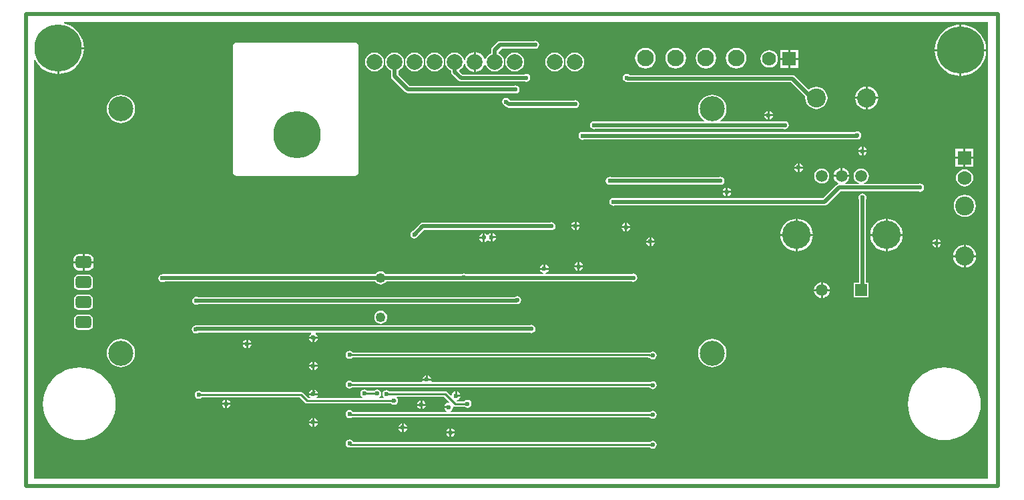
<source format=gtl>
G04*
G04 #@! TF.GenerationSoftware,Altium Limited,CircuitStudio,1.5.2 (1.5.2.30)*
G04*
G04 Layer_Physical_Order=1*
G04 Layer_Color=11767835*
%FSLAX44Y44*%
%MOMM*%
G71*
G01*
G75*
%ADD10C,0.2540*%
%ADD11C,0.5000*%
G04:AMPARAMS|DCode=12|XSize=1.524mm|YSize=2mm|CornerRadius=0.381mm|HoleSize=0mm|Usage=FLASHONLY|Rotation=270.000|XOffset=0mm|YOffset=0mm|HoleType=Round|Shape=RoundedRectangle|*
%AMROUNDEDRECTD12*
21,1,1.5240,1.2380,0,0,270.0*
21,1,0.7620,2.0000,0,0,270.0*
1,1,0.7620,-0.6190,-0.3810*
1,1,0.7620,-0.6190,0.3810*
1,1,0.7620,0.6190,0.3810*
1,1,0.7620,0.6190,-0.3810*
%
%ADD12ROUNDEDRECTD12*%
%ADD13C,3.1800*%
%ADD14C,1.2500*%
%ADD15R,1.7780X1.7780*%
%ADD16C,1.7780*%
%ADD17R,1.7780X1.7780*%
%ADD18C,6.0000*%
%ADD19C,3.6000*%
%ADD20C,1.5000*%
%ADD21R,1.5000X1.5000*%
%ADD22C,2.4000*%
%ADD23C,2.0000*%
%ADD24C,2.1000*%
%ADD25C,0.6000*%
G36*
X1467950Y259938D02*
X1467052Y259040D01*
X257950Y259040D01*
X257950Y791048D01*
X259196Y791295D01*
X259207Y791268D01*
X261883Y786901D01*
X265210Y783006D01*
X269104Y779680D01*
X273472Y777003D01*
X278204Y775043D01*
X283184Y773848D01*
X287020Y773546D01*
Y806086D01*
X288290D01*
Y807356D01*
X320831D01*
X320529Y811192D01*
X319333Y816173D01*
X317373Y820905D01*
X314697Y825272D01*
X311370Y829167D01*
X307476Y832493D01*
X303109Y835169D01*
X298377Y837129D01*
X295708Y837770D01*
X295859Y839040D01*
X1467950Y839040D01*
X1467950Y259938D01*
D02*
G37*
%LPC*%
G36*
X870450Y491138D02*
X868499Y490750D01*
X867569Y490128D01*
X465583D01*
X465401Y490250D01*
X463450Y490638D01*
X461499Y490250D01*
X459845Y489145D01*
X458740Y487491D01*
X458352Y485540D01*
X458740Y483589D01*
X459845Y481935D01*
X461499Y480830D01*
X463450Y480442D01*
X465401Y480830D01*
X465583Y480952D01*
X869950D01*
X870175Y480997D01*
X870450Y480942D01*
X872401Y481330D01*
X874055Y482435D01*
X875160Y484089D01*
X875548Y486040D01*
X875160Y487991D01*
X874055Y489645D01*
X872401Y490750D01*
X870450Y491138D01*
D02*
G37*
G36*
X326700Y518614D02*
X314320D01*
X312053Y518163D01*
X310131Y516879D01*
X308847Y514957D01*
X308396Y512690D01*
Y505070D01*
X308847Y502803D01*
X310131Y500881D01*
X312053Y499597D01*
X314320Y499146D01*
X326700D01*
X328967Y499597D01*
X330889Y500881D01*
X332173Y502803D01*
X332624Y505070D01*
Y512690D01*
X332173Y514957D01*
X330889Y516879D01*
X328967Y518163D01*
X326700Y518614D01*
D02*
G37*
G36*
X1255630Y497680D02*
X1246941D01*
X1247119Y496329D01*
X1248130Y493887D01*
X1249739Y491789D01*
X1251837Y490180D01*
X1254279Y489169D01*
X1255630Y488991D01*
Y497680D01*
D02*
G37*
G36*
X1308450Y621638D02*
X1306499Y621250D01*
X1304845Y620145D01*
X1303740Y618491D01*
X1303352Y616540D01*
X1303740Y614589D01*
X1303862Y614407D01*
Y508450D01*
X1297400D01*
Y489450D01*
X1316400D01*
Y508450D01*
X1313038D01*
Y614407D01*
X1313160Y614589D01*
X1313548Y616540D01*
X1313160Y618491D01*
X1312055Y620145D01*
X1310401Y621250D01*
X1308450Y621638D01*
D02*
G37*
G36*
X1255630Y508909D02*
X1254279Y508732D01*
X1251837Y507720D01*
X1249739Y506111D01*
X1248130Y504013D01*
X1247119Y501571D01*
X1246941Y500220D01*
X1255630D01*
Y508909D01*
D02*
G37*
G36*
X910346Y524770D02*
X899554D01*
X899731Y523878D01*
X900956Y522046D01*
X902788Y520821D01*
X904014Y520578D01*
X903888Y519308D01*
X805503D01*
X804901Y519710D01*
X802950Y520098D01*
X800999Y519710D01*
X800397Y519308D01*
X704160D01*
X703334Y520384D01*
X701610Y521706D01*
X699604Y522537D01*
X697450Y522821D01*
X695296Y522537D01*
X693289Y521706D01*
X691566Y520384D01*
X690740Y519308D01*
X421130D01*
X419374Y518959D01*
X419300Y518909D01*
X418499Y518750D01*
X416845Y517645D01*
X415740Y515991D01*
X415352Y514040D01*
X415740Y512089D01*
X416845Y510435D01*
X418499Y509330D01*
X420450Y508942D01*
X422401Y509330D01*
X423600Y510131D01*
X690403D01*
X691566Y508616D01*
X693289Y507294D01*
X695296Y506462D01*
X697450Y506179D01*
X699604Y506462D01*
X701610Y507294D01*
X703334Y508616D01*
X704497Y510131D01*
X801796D01*
X802950Y509902D01*
X804104Y510131D01*
X1015680D01*
X1015863Y510010D01*
X1017814Y509622D01*
X1019764Y510010D01*
X1021418Y511115D01*
X1022523Y512769D01*
X1022912Y514720D01*
X1022523Y516670D01*
X1021418Y518324D01*
X1019764Y519430D01*
X1017814Y519818D01*
X1015863Y519430D01*
X1015680Y519308D01*
X906012D01*
X905887Y520578D01*
X907112Y520821D01*
X908944Y522046D01*
X910169Y523878D01*
X910346Y524770D01*
D02*
G37*
G36*
X947180Y527770D02*
X943054D01*
X943232Y526878D01*
X944456Y525046D01*
X946288Y523821D01*
X947180Y523644D01*
Y527770D01*
D02*
G37*
G36*
X953846D02*
X949720D01*
Y523644D01*
X950612Y523821D01*
X952444Y525046D01*
X953669Y526878D01*
X953846Y527770D01*
D02*
G37*
G36*
X1258170Y508909D02*
Y500220D01*
X1266859D01*
X1266682Y501571D01*
X1265670Y504013D01*
X1264061Y506111D01*
X1261963Y507720D01*
X1259521Y508732D01*
X1258170Y508909D01*
D02*
G37*
G36*
X610680Y437270D02*
X606554D01*
X606731Y436378D01*
X607955Y434546D01*
X609788Y433321D01*
X610680Y433144D01*
Y437270D01*
D02*
G37*
G36*
X617345D02*
X613219D01*
Y433144D01*
X614111Y433321D01*
X615944Y434546D01*
X617168Y436378D01*
X617345Y437270D01*
D02*
G37*
G36*
X529220Y435936D02*
Y431810D01*
X533346D01*
X533169Y432702D01*
X531944Y434534D01*
X530112Y435759D01*
X529220Y435936D01*
D02*
G37*
G36*
X533346Y429270D02*
X529220D01*
Y425144D01*
X530112Y425322D01*
X531944Y426546D01*
X533169Y428378D01*
X533346Y429270D01*
D02*
G37*
G36*
X526680Y435936D02*
X525788Y435759D01*
X523956Y434534D01*
X522732Y432702D01*
X522554Y431810D01*
X526680D01*
Y435936D01*
D02*
G37*
G36*
X326700Y493214D02*
X314320D01*
X312053Y492763D01*
X310131Y491479D01*
X308847Y489557D01*
X308396Y487290D01*
Y479670D01*
X308847Y477403D01*
X310131Y475481D01*
X312053Y474197D01*
X314320Y473746D01*
X326700D01*
X328967Y474197D01*
X330889Y475481D01*
X332173Y477403D01*
X332624Y479670D01*
Y487290D01*
X332173Y489557D01*
X330889Y491479D01*
X328967Y492763D01*
X326700Y493214D01*
D02*
G37*
G36*
X1266859Y497680D02*
X1258170D01*
Y488991D01*
X1259521Y489169D01*
X1261963Y490180D01*
X1264061Y491789D01*
X1265670Y493887D01*
X1266682Y496329D01*
X1266859Y497680D01*
D02*
G37*
G36*
X697450Y472821D02*
X695296Y472537D01*
X693289Y471706D01*
X691566Y470384D01*
X690244Y468661D01*
X689412Y466654D01*
X689129Y464500D01*
X689412Y462346D01*
X690244Y460339D01*
X691566Y458616D01*
X693289Y457294D01*
X695296Y456462D01*
X697450Y456179D01*
X699604Y456462D01*
X701610Y457294D01*
X703334Y458616D01*
X704656Y460339D01*
X705488Y462346D01*
X705771Y464500D01*
X705488Y466654D01*
X704656Y468661D01*
X703334Y470384D01*
X701610Y471706D01*
X699604Y472537D01*
X697450Y472821D01*
D02*
G37*
G36*
X326700Y467814D02*
X314320D01*
X312053Y467363D01*
X310131Y466079D01*
X308847Y464157D01*
X308396Y461890D01*
Y454270D01*
X308847Y452003D01*
X310131Y450081D01*
X312053Y448797D01*
X314320Y448346D01*
X326700D01*
X328967Y448797D01*
X330889Y450081D01*
X332173Y452003D01*
X332624Y454270D01*
Y461890D01*
X332173Y464157D01*
X330889Y466079D01*
X328967Y467363D01*
X326700Y467814D01*
D02*
G37*
G36*
X888450Y454638D02*
X886499Y454250D01*
X886317Y454128D01*
X463450D01*
X463225Y454083D01*
X462950Y454138D01*
X460999Y453750D01*
X459345Y452645D01*
X458240Y450991D01*
X457852Y449040D01*
X458240Y447089D01*
X459345Y445435D01*
X460999Y444330D01*
X462950Y443942D01*
X464901Y444330D01*
X465831Y444952D01*
X608837D01*
X608988Y444742D01*
X608676Y443016D01*
X607955Y442534D01*
X606731Y440701D01*
X606554Y439810D01*
X617345D01*
X617168Y440701D01*
X615944Y442534D01*
X615223Y443016D01*
X614912Y444742D01*
X615062Y444952D01*
X886317D01*
X886499Y444830D01*
X888450Y444442D01*
X890401Y444830D01*
X892055Y445935D01*
X893160Y447589D01*
X893548Y449540D01*
X893160Y451491D01*
X892055Y453145D01*
X890401Y454250D01*
X888450Y454638D01*
D02*
G37*
G36*
X1223630Y567680D02*
X1204386D01*
X1204657Y564924D01*
X1205832Y561052D01*
X1207739Y557483D01*
X1210306Y554356D01*
X1213433Y551789D01*
X1217002Y549882D01*
X1220873Y548707D01*
X1223630Y548436D01*
Y567680D01*
D02*
G37*
G36*
X1337630D02*
X1318386D01*
X1318657Y564924D01*
X1319832Y561052D01*
X1321739Y557483D01*
X1324306Y554356D01*
X1327433Y551789D01*
X1331002Y549882D01*
X1334874Y548707D01*
X1337630Y548436D01*
Y567680D01*
D02*
G37*
G36*
X1436840Y556488D02*
X1434314Y556156D01*
X1430777Y554691D01*
X1427740Y552360D01*
X1425409Y549323D01*
X1423944Y545786D01*
X1423612Y543260D01*
X1436840D01*
Y556488D01*
D02*
G37*
G36*
X1439380D02*
Y543260D01*
X1452608D01*
X1452276Y545786D01*
X1450811Y549323D01*
X1448480Y552360D01*
X1445443Y554691D01*
X1441906Y556156D01*
X1439380Y556488D01*
D02*
G37*
G36*
X1245414Y567680D02*
X1226170D01*
Y548436D01*
X1228927Y548707D01*
X1232798Y549882D01*
X1236367Y551789D01*
X1239494Y554356D01*
X1242061Y557483D01*
X1243968Y561052D01*
X1245143Y564924D01*
X1245414Y567680D01*
D02*
G37*
G36*
X1407846Y557270D02*
X1403720D01*
Y553144D01*
X1404612Y553321D01*
X1406444Y554546D01*
X1407669Y556378D01*
X1407846Y557270D01*
D02*
G37*
G36*
X1038179Y559270D02*
X1034053D01*
X1034230Y558378D01*
X1035454Y556546D01*
X1037287Y555321D01*
X1038179Y555144D01*
Y559270D01*
D02*
G37*
G36*
X1359414Y567680D02*
X1340170D01*
Y548436D01*
X1342926Y548707D01*
X1346798Y549882D01*
X1350367Y551789D01*
X1353494Y554356D01*
X1356061Y557483D01*
X1357968Y561052D01*
X1359143Y564924D01*
X1359414Y567680D01*
D02*
G37*
G36*
X1401180Y557270D02*
X1397054D01*
X1397231Y556378D01*
X1398456Y554546D01*
X1400289Y553321D01*
X1401180Y553144D01*
Y557270D01*
D02*
G37*
G36*
X326700Y544564D02*
X321780D01*
Y535550D01*
X333174D01*
Y538090D01*
X332682Y540568D01*
X331278Y542668D01*
X329178Y544072D01*
X326700Y544564D01*
D02*
G37*
G36*
X903680Y531436D02*
X902788Y531259D01*
X900956Y530034D01*
X899731Y528202D01*
X899554Y527310D01*
X903680D01*
Y531436D01*
D02*
G37*
G36*
X906220D02*
Y527310D01*
X910346D01*
X910169Y528202D01*
X908944Y530034D01*
X907112Y531259D01*
X906220Y531436D01*
D02*
G37*
G36*
X319240Y533010D02*
X307846D01*
Y530470D01*
X308338Y527992D01*
X309742Y525892D01*
X311842Y524488D01*
X314320Y523996D01*
X319240D01*
Y533010D01*
D02*
G37*
G36*
X333174D02*
X321780D01*
Y523996D01*
X326700D01*
X329178Y524488D01*
X331278Y525892D01*
X332682Y527992D01*
X333174Y530470D01*
Y533010D01*
D02*
G37*
G36*
X1436840Y540720D02*
X1423612D01*
X1423944Y538194D01*
X1425409Y534657D01*
X1427740Y531620D01*
X1430777Y529289D01*
X1434314Y527824D01*
X1436840Y527492D01*
Y540720D01*
D02*
G37*
G36*
X949720Y534436D02*
Y530310D01*
X953846D01*
X953669Y531202D01*
X952444Y533034D01*
X950612Y534259D01*
X949720Y534436D01*
D02*
G37*
G36*
X319240Y544564D02*
X314320D01*
X311842Y544072D01*
X309742Y542668D01*
X308338Y540568D01*
X307846Y538090D01*
Y535550D01*
X319240D01*
Y544564D01*
D02*
G37*
G36*
X1452608Y540720D02*
X1439380D01*
Y527492D01*
X1441906Y527824D01*
X1445443Y529289D01*
X1448480Y531620D01*
X1450811Y534657D01*
X1452276Y538194D01*
X1452608Y540720D01*
D02*
G37*
G36*
X947180Y534436D02*
X946288Y534259D01*
X944456Y533034D01*
X943232Y531202D01*
X943054Y530310D01*
X947180D01*
Y534436D01*
D02*
G37*
G36*
X617345Y329770D02*
X613219D01*
Y325644D01*
X614111Y325821D01*
X615944Y327046D01*
X617168Y328878D01*
X617345Y329770D01*
D02*
G37*
G36*
X610680Y336436D02*
X609788Y336259D01*
X607955Y335034D01*
X606731Y333202D01*
X606554Y332310D01*
X610680D01*
Y336436D01*
D02*
G37*
G36*
X726720Y329744D02*
Y325618D01*
X730846D01*
X730668Y326509D01*
X729444Y328342D01*
X727611Y329566D01*
X726720Y329744D01*
D02*
G37*
G36*
X610680Y329770D02*
X606554D01*
X606731Y328878D01*
X607955Y327046D01*
X609788Y325821D01*
X610680Y325644D01*
Y329770D01*
D02*
G37*
G36*
X613219Y336436D02*
Y332310D01*
X617345D01*
X617168Y333202D01*
X615944Y335034D01*
X614111Y336259D01*
X613219Y336436D01*
D02*
G37*
G36*
X500180Y353270D02*
X496054D01*
X496231Y352378D01*
X497456Y350546D01*
X499288Y349322D01*
X500180Y349144D01*
Y353270D01*
D02*
G37*
G36*
X506846D02*
X502720D01*
Y349144D01*
X503612Y349322D01*
X505444Y350546D01*
X506669Y352378D01*
X506846Y353270D01*
D02*
G37*
G36*
X747680Y352078D02*
X743554D01*
X743731Y351186D01*
X744956Y349354D01*
X746788Y348129D01*
X747680Y347952D01*
Y352078D01*
D02*
G37*
G36*
X754346D02*
X750220D01*
Y347952D01*
X751112Y348129D01*
X752944Y349354D01*
X754168Y351186D01*
X754346Y352078D01*
D02*
G37*
G36*
X724180Y329744D02*
X723288Y329566D01*
X721456Y328342D01*
X720231Y326509D01*
X720054Y325618D01*
X724180D01*
Y329744D01*
D02*
G37*
G36*
X1412200Y400686D02*
X1406177Y400291D01*
X1400257Y399113D01*
X1394541Y397173D01*
X1389127Y394503D01*
X1384108Y391150D01*
X1379570Y387170D01*
X1375590Y382632D01*
X1372237Y377613D01*
X1369567Y372199D01*
X1367627Y366483D01*
X1366449Y360563D01*
X1366054Y354540D01*
X1366449Y348517D01*
X1367627Y342597D01*
X1369567Y336881D01*
X1372237Y331467D01*
X1375590Y326448D01*
X1379570Y321910D01*
X1384108Y317930D01*
X1389127Y314577D01*
X1394541Y311907D01*
X1400257Y309967D01*
X1406177Y308789D01*
X1412200Y308395D01*
X1418223Y308789D01*
X1424143Y309967D01*
X1429859Y311907D01*
X1435273Y314577D01*
X1440292Y317930D01*
X1444830Y321910D01*
X1448810Y326448D01*
X1452163Y331467D01*
X1454833Y336881D01*
X1456773Y342597D01*
X1457951Y348517D01*
X1458345Y354540D01*
X1457951Y360563D01*
X1456773Y366483D01*
X1454833Y372199D01*
X1452163Y377613D01*
X1448810Y382632D01*
X1444830Y387170D01*
X1440292Y391150D01*
X1435273Y394503D01*
X1429859Y397173D01*
X1424143Y399113D01*
X1418223Y400291D01*
X1412200Y400686D01*
D02*
G37*
G36*
X784680Y316730D02*
X780554D01*
X780731Y315838D01*
X781956Y314006D01*
X783788Y312781D01*
X784680Y312604D01*
Y316730D01*
D02*
G37*
G36*
X657950Y309138D02*
X655999Y308750D01*
X654345Y307645D01*
X653240Y305991D01*
X652852Y304040D01*
X653240Y302089D01*
X654345Y300435D01*
X655999Y299330D01*
X657950Y298942D01*
X659277Y299206D01*
X1038664D01*
X1038845Y298935D01*
X1040499Y297830D01*
X1042450Y297442D01*
X1044401Y297830D01*
X1046055Y298935D01*
X1047160Y300589D01*
X1047548Y302540D01*
X1047160Y304491D01*
X1046055Y306145D01*
X1044401Y307250D01*
X1042450Y307638D01*
X1040499Y307250D01*
X1038845Y306145D01*
X1038664Y305874D01*
X662683D01*
X662660Y305991D01*
X661555Y307645D01*
X659901Y308750D01*
X657950Y309138D01*
D02*
G37*
G36*
X315200Y400686D02*
X309177Y400291D01*
X303257Y399113D01*
X297541Y397173D01*
X292127Y394503D01*
X287108Y391150D01*
X282570Y387170D01*
X278590Y382632D01*
X275237Y377613D01*
X272567Y372199D01*
X270627Y366483D01*
X269449Y360563D01*
X269055Y354540D01*
X269449Y348517D01*
X270627Y342597D01*
X272567Y336881D01*
X275237Y331467D01*
X278590Y326448D01*
X282570Y321910D01*
X287108Y317930D01*
X292127Y314577D01*
X297541Y311907D01*
X303257Y309967D01*
X309177Y308789D01*
X315200Y308395D01*
X321223Y308789D01*
X327143Y309967D01*
X332859Y311907D01*
X338273Y314577D01*
X343292Y317930D01*
X347830Y321910D01*
X351810Y326448D01*
X355163Y331467D01*
X357833Y336881D01*
X359773Y342597D01*
X360951Y348517D01*
X361346Y354540D01*
X360951Y360563D01*
X359773Y366483D01*
X357833Y372199D01*
X355163Y377613D01*
X351810Y382632D01*
X347830Y387170D01*
X343292Y391150D01*
X338273Y394503D01*
X332859Y397173D01*
X327143Y399113D01*
X321223Y400291D01*
X315200Y400686D01*
D02*
G37*
G36*
X791346Y316730D02*
X787220D01*
Y312604D01*
X788111Y312781D01*
X789944Y314006D01*
X791169Y315838D01*
X791346Y316730D01*
D02*
G37*
G36*
X784680Y323396D02*
X783788Y323218D01*
X781956Y321994D01*
X780731Y320162D01*
X780554Y319270D01*
X784680D01*
Y323396D01*
D02*
G37*
G36*
X787220D02*
Y319270D01*
X791346D01*
X791169Y320162D01*
X789944Y321994D01*
X788111Y323218D01*
X787220Y323396D01*
D02*
G37*
G36*
X724180Y323078D02*
X720054D01*
X720231Y322186D01*
X721456Y320354D01*
X723288Y319129D01*
X724180Y318952D01*
Y323078D01*
D02*
G37*
G36*
X730846D02*
X726720D01*
Y318952D01*
X727611Y319129D01*
X729444Y320354D01*
X730668Y322186D01*
X730846Y323078D01*
D02*
G37*
G36*
X617345Y401437D02*
X613219D01*
Y397311D01*
X614111Y397488D01*
X615944Y398713D01*
X617168Y400545D01*
X617345Y401437D01*
D02*
G37*
G36*
X367950Y437027D02*
X364441Y436681D01*
X361067Y435658D01*
X357957Y433995D01*
X355232Y431758D01*
X352995Y429033D01*
X351333Y425923D01*
X350309Y422549D01*
X349963Y419040D01*
X350309Y415531D01*
X351333Y412157D01*
X352995Y409047D01*
X355232Y406322D01*
X357957Y404085D01*
X361067Y402422D01*
X364441Y401399D01*
X367950Y401053D01*
X371459Y401399D01*
X374833Y402422D01*
X377943Y404085D01*
X380668Y406322D01*
X382905Y409047D01*
X384567Y412157D01*
X385591Y415531D01*
X385937Y419040D01*
X385591Y422549D01*
X384567Y425923D01*
X382905Y429033D01*
X380668Y431758D01*
X377943Y433995D01*
X374833Y435658D01*
X371459Y436681D01*
X367950Y437027D01*
D02*
G37*
G36*
X757220Y390744D02*
Y386618D01*
X761346D01*
X761169Y387509D01*
X759944Y389342D01*
X758111Y390566D01*
X757220Y390744D01*
D02*
G37*
G36*
X610680Y401437D02*
X606554D01*
X606731Y400545D01*
X607955Y398713D01*
X609788Y397488D01*
X610680Y397311D01*
Y401437D01*
D02*
G37*
G36*
X1117950Y437027D02*
X1114441Y436681D01*
X1111067Y435658D01*
X1107957Y433995D01*
X1105232Y431758D01*
X1102995Y429033D01*
X1101332Y425923D01*
X1100309Y422549D01*
X1099963Y419040D01*
X1100309Y415531D01*
X1101332Y412157D01*
X1102995Y409047D01*
X1105232Y406322D01*
X1107957Y404085D01*
X1111067Y402422D01*
X1114441Y401399D01*
X1117950Y401053D01*
X1121459Y401399D01*
X1124833Y402422D01*
X1127943Y404085D01*
X1130668Y406322D01*
X1132905Y409047D01*
X1134567Y412157D01*
X1135591Y415531D01*
X1135937Y419040D01*
X1135591Y422549D01*
X1134567Y425923D01*
X1132905Y429033D01*
X1130668Y431758D01*
X1127943Y433995D01*
X1124833Y435658D01*
X1121459Y436681D01*
X1117950Y437027D01*
D02*
G37*
G36*
X657950Y421638D02*
X655999Y421250D01*
X654345Y420145D01*
X653240Y418491D01*
X652852Y416540D01*
X653240Y414589D01*
X654345Y412935D01*
X655999Y411830D01*
X657950Y411442D01*
X659901Y411830D01*
X661555Y412935D01*
X661736Y413206D01*
X1036806D01*
X1037174Y412960D01*
X1038450Y412706D01*
X1038639Y412743D01*
X1038845Y412435D01*
X1040499Y411330D01*
X1042450Y410942D01*
X1044401Y411330D01*
X1046055Y412435D01*
X1047160Y414089D01*
X1047548Y416040D01*
X1047160Y417991D01*
X1046055Y419645D01*
X1044401Y420750D01*
X1042450Y421138D01*
X1040499Y420750D01*
X1038904Y419684D01*
X1037950Y419874D01*
X661736D01*
X661555Y420145D01*
X659901Y421250D01*
X657950Y421638D01*
D02*
G37*
G36*
X526680Y429270D02*
X522554D01*
X522732Y428378D01*
X523956Y426546D01*
X525788Y425322D01*
X526680Y425144D01*
Y429270D01*
D02*
G37*
G36*
X610680Y408102D02*
X609788Y407925D01*
X607955Y406701D01*
X606731Y404868D01*
X606554Y403977D01*
X610680D01*
Y408102D01*
D02*
G37*
G36*
X613219D02*
Y403977D01*
X617345D01*
X617168Y404868D01*
X615944Y406701D01*
X614111Y407925D01*
X613219Y408102D01*
D02*
G37*
G36*
X754680Y390744D02*
X753788Y390566D01*
X751956Y389342D01*
X750731Y387509D01*
X750554Y386618D01*
X754680D01*
Y390744D01*
D02*
G37*
G36*
X500180Y359936D02*
X499288Y359759D01*
X497456Y358534D01*
X496231Y356702D01*
X496054Y355810D01*
X500180D01*
Y359936D01*
D02*
G37*
G36*
X502720D02*
Y355810D01*
X506846D01*
X506669Y356702D01*
X505444Y358534D01*
X503612Y359759D01*
X502720Y359936D01*
D02*
G37*
G36*
X747680Y358744D02*
X746788Y358566D01*
X744956Y357342D01*
X743731Y355509D01*
X743554Y354618D01*
X747680D01*
Y358744D01*
D02*
G37*
G36*
X750220D02*
Y354618D01*
X754346D01*
X754168Y355509D01*
X752944Y357342D01*
X751112Y358566D01*
X750220Y358744D01*
D02*
G37*
G36*
X794220Y370244D02*
Y366118D01*
X798346D01*
X798168Y367009D01*
X796944Y368842D01*
X795111Y370066D01*
X794220Y370244D01*
D02*
G37*
G36*
X692950Y372598D02*
X690999Y372210D01*
X689345Y371105D01*
X689164Y370834D01*
X680236D01*
X680055Y371105D01*
X678401Y372210D01*
X676450Y372598D01*
X674499Y372210D01*
X672845Y371105D01*
X671740Y369451D01*
X671352Y367500D01*
X671740Y365549D01*
X672845Y363895D01*
X674029Y363104D01*
X673644Y361834D01*
X616491D01*
X616094Y363104D01*
X617168Y364712D01*
X617345Y365603D01*
X606554D01*
X606731Y364712D01*
X607805Y363104D01*
X607408Y361834D01*
X605331D01*
X598807Y368357D01*
X597726Y369080D01*
X596450Y369334D01*
X470236D01*
X470055Y369605D01*
X468401Y370710D01*
X466450Y371098D01*
X464499Y370710D01*
X462845Y369605D01*
X461740Y367951D01*
X461352Y366000D01*
X461740Y364049D01*
X462845Y362395D01*
X464499Y361290D01*
X466450Y360902D01*
X468401Y361290D01*
X470055Y362395D01*
X470236Y362666D01*
X595069D01*
X601592Y356142D01*
X602674Y355420D01*
X603950Y355166D01*
X710663D01*
X710844Y354895D01*
X712498Y353790D01*
X714449Y353402D01*
X716400Y353790D01*
X718054Y354895D01*
X719159Y356549D01*
X719547Y358500D01*
X719159Y360451D01*
X718054Y362104D01*
X717845Y362244D01*
X718231Y363514D01*
X777917D01*
X784311Y357120D01*
X783685Y355950D01*
X783450Y355996D01*
X781288Y355566D01*
X779456Y354342D01*
X778231Y352509D01*
X778054Y351618D01*
X783450D01*
Y349078D01*
X778054D01*
X778231Y348186D01*
X779456Y346354D01*
X781288Y345129D01*
X781089Y343874D01*
X662404D01*
X661555Y345145D01*
X659901Y346250D01*
X657950Y346638D01*
X655999Y346250D01*
X654345Y345145D01*
X653240Y343491D01*
X652852Y341540D01*
X653240Y339589D01*
X654345Y337935D01*
X655999Y336830D01*
X657950Y336442D01*
X659901Y336830D01*
X660463Y337206D01*
X1038553D01*
X1038845Y336768D01*
X1040499Y335663D01*
X1042450Y335275D01*
X1044401Y335663D01*
X1046055Y336768D01*
X1047160Y338422D01*
X1047548Y340373D01*
X1047160Y342324D01*
X1046055Y343978D01*
X1044401Y345083D01*
X1042450Y345471D01*
X1040499Y345083D01*
X1038845Y343978D01*
X1038776Y343874D01*
X785811D01*
X785612Y345129D01*
X787444Y346354D01*
X788669Y348186D01*
X789099Y350348D01*
X789008Y350802D01*
X790151Y351566D01*
X790370Y351420D01*
X791646Y351166D01*
X803664D01*
X803845Y350895D01*
X805499Y349790D01*
X807450Y349402D01*
X809401Y349790D01*
X811055Y350895D01*
X812160Y352549D01*
X812548Y354500D01*
X812160Y356451D01*
X811055Y358105D01*
X809401Y359210D01*
X807450Y359598D01*
X805499Y359210D01*
X803845Y358105D01*
X803664Y357834D01*
X794134D01*
X793956Y358105D01*
X794546Y359517D01*
X795111Y359629D01*
X796944Y360854D01*
X798168Y362686D01*
X798346Y363578D01*
X792950D01*
Y364848D01*
X791680D01*
Y370244D01*
X790788Y370066D01*
X788956Y368842D01*
X787731Y367009D01*
X787386Y365271D01*
X786128Y364733D01*
X782420Y368441D01*
X781807Y369357D01*
X780726Y370080D01*
X779450Y370334D01*
X778686Y370182D01*
X708236D01*
X708055Y370453D01*
X706401Y371558D01*
X704450Y371946D01*
X702499Y371558D01*
X700845Y370453D01*
X699740Y368799D01*
X699352Y366848D01*
X699740Y364897D01*
X700845Y363243D01*
X701053Y363104D01*
X700668Y361834D01*
X695756D01*
X695371Y363104D01*
X696555Y363895D01*
X697660Y365549D01*
X698048Y367500D01*
X697660Y369451D01*
X696555Y371105D01*
X694901Y372210D01*
X692950Y372598D01*
D02*
G37*
G36*
X657950Y384138D02*
X655999Y383750D01*
X654345Y382645D01*
X653240Y380991D01*
X652852Y379040D01*
X653240Y377089D01*
X654345Y375435D01*
X655999Y374330D01*
X657950Y373942D01*
X659901Y374330D01*
X661555Y375435D01*
X661736Y375706D01*
X1038107D01*
X1038845Y374602D01*
X1040499Y373497D01*
X1042450Y373109D01*
X1044401Y373497D01*
X1046055Y374602D01*
X1047160Y376256D01*
X1047548Y378207D01*
X1047160Y380158D01*
X1046055Y381811D01*
X1044401Y382916D01*
X1042450Y383305D01*
X1040499Y382916D01*
X1039687Y382374D01*
X762037D01*
X761260Y383644D01*
X761346Y384078D01*
X750554D01*
X750640Y383644D01*
X749863Y382374D01*
X661736D01*
X661555Y382645D01*
X659901Y383750D01*
X657950Y384138D01*
D02*
G37*
G36*
X610680Y372269D02*
X609788Y372092D01*
X607955Y370867D01*
X606731Y369035D01*
X606554Y368143D01*
X610680D01*
Y372269D01*
D02*
G37*
G36*
X613219D02*
Y368143D01*
X617345D01*
X617168Y369035D01*
X615944Y370867D01*
X614111Y372092D01*
X613219Y372269D01*
D02*
G37*
G36*
X1044845Y559270D02*
X1040719D01*
Y555144D01*
X1041610Y555321D01*
X1043443Y556546D01*
X1044667Y558378D01*
X1044845Y559270D01*
D02*
G37*
G36*
X1194846Y719770D02*
X1190720D01*
Y715644D01*
X1191612Y715822D01*
X1193444Y717046D01*
X1194669Y718878D01*
X1194846Y719770D01*
D02*
G37*
G36*
X1188180Y726436D02*
X1187289Y726259D01*
X1185456Y725034D01*
X1184231Y723202D01*
X1184054Y722310D01*
X1188180D01*
Y726436D01*
D02*
G37*
G36*
X1117950Y747027D02*
X1114441Y746681D01*
X1111067Y745658D01*
X1107957Y743995D01*
X1105232Y741758D01*
X1102995Y739033D01*
X1101332Y735923D01*
X1100309Y732549D01*
X1099963Y729040D01*
X1100309Y725531D01*
X1101332Y722157D01*
X1102995Y719047D01*
X1105232Y716322D01*
X1107575Y714398D01*
X1107121Y713128D01*
X970083D01*
X969901Y713250D01*
X967950Y713638D01*
X965999Y713250D01*
X964345Y712145D01*
X963240Y710491D01*
X962852Y708540D01*
X963240Y706589D01*
X964345Y704935D01*
X965999Y703830D01*
X967950Y703442D01*
X969901Y703830D01*
X970083Y703952D01*
X1207817D01*
X1207999Y703830D01*
X1209950Y703442D01*
X1211901Y703830D01*
X1213555Y704935D01*
X1214660Y706589D01*
X1215048Y708540D01*
X1214660Y710491D01*
X1213555Y712145D01*
X1211901Y713250D01*
X1209950Y713638D01*
X1207999Y713250D01*
X1207817Y713128D01*
X1128779D01*
X1128325Y714398D01*
X1130668Y716322D01*
X1132905Y719047D01*
X1134567Y722157D01*
X1135591Y725531D01*
X1135937Y729040D01*
X1135591Y732549D01*
X1134567Y735923D01*
X1132905Y739033D01*
X1130668Y741758D01*
X1127943Y743995D01*
X1124833Y745658D01*
X1121459Y746681D01*
X1117950Y747027D01*
D02*
G37*
G36*
X1188180Y719770D02*
X1184054D01*
X1184231Y718878D01*
X1185456Y717046D01*
X1187289Y715822D01*
X1188180Y715644D01*
Y719770D01*
D02*
G37*
G36*
X1190720Y726436D02*
Y722310D01*
X1194846D01*
X1194669Y723202D01*
X1193444Y725034D01*
X1191612Y726259D01*
X1190720Y726436D01*
D02*
G37*
G36*
X1009461Y773638D02*
X1007511Y773250D01*
X1005857Y772145D01*
X1004752Y770491D01*
X1004363Y768540D01*
X1004752Y766589D01*
X1005857Y764935D01*
X1007511Y763830D01*
X1008056Y763721D01*
X1008746Y763261D01*
X1010501Y762912D01*
X1217489D01*
X1235968Y744433D01*
X1235779Y743000D01*
X1236260Y739345D01*
X1237671Y735939D01*
X1239915Y733015D01*
X1242840Y730771D01*
X1246245Y729360D01*
X1249900Y728879D01*
X1253555Y729360D01*
X1256961Y730771D01*
X1259885Y733015D01*
X1262129Y735939D01*
X1263540Y739345D01*
X1264021Y743000D01*
X1263540Y746655D01*
X1262129Y750060D01*
X1259885Y752985D01*
X1256961Y755229D01*
X1253555Y756639D01*
X1249900Y757121D01*
X1246245Y756639D01*
X1242840Y755229D01*
X1240186Y753193D01*
X1222634Y770744D01*
X1221146Y771739D01*
X1219390Y772088D01*
X1013104D01*
X1013066Y772145D01*
X1011412Y773250D01*
X1009461Y773638D01*
D02*
G37*
G36*
X856450Y743138D02*
X854499Y742750D01*
X852845Y741645D01*
X851740Y739991D01*
X851352Y738040D01*
X851740Y736089D01*
X852845Y734435D01*
X854499Y733330D01*
X854714Y733287D01*
X856206Y731796D01*
X857694Y730801D01*
X859450Y730452D01*
X941817D01*
X941999Y730330D01*
X943950Y729942D01*
X945901Y730330D01*
X947555Y731435D01*
X948660Y733089D01*
X949048Y735040D01*
X948660Y736991D01*
X947555Y738645D01*
X945901Y739750D01*
X943950Y740138D01*
X941999Y739750D01*
X941817Y739628D01*
X861350D01*
X861203Y739776D01*
X861160Y739991D01*
X860055Y741645D01*
X858401Y742750D01*
X856450Y743138D01*
D02*
G37*
G36*
X1312630Y741730D02*
X1299402D01*
X1299734Y739204D01*
X1301199Y735667D01*
X1303530Y732630D01*
X1306567Y730299D01*
X1310104Y728834D01*
X1312630Y728502D01*
Y741730D01*
D02*
G37*
G36*
X1328398D02*
X1315170D01*
Y728502D01*
X1317696Y728834D01*
X1321233Y730299D01*
X1324270Y732630D01*
X1326601Y735667D01*
X1328066Y739204D01*
X1328398Y741730D01*
D02*
G37*
G36*
X367950Y747027D02*
X364441Y746681D01*
X361067Y745658D01*
X357957Y743995D01*
X355232Y741758D01*
X352995Y739033D01*
X351333Y735923D01*
X350309Y732549D01*
X349963Y729040D01*
X350309Y725531D01*
X351333Y722157D01*
X352995Y719047D01*
X355232Y716322D01*
X357957Y714085D01*
X361067Y712422D01*
X364441Y711399D01*
X367950Y711053D01*
X371459Y711399D01*
X374833Y712422D01*
X377943Y714085D01*
X380668Y716322D01*
X382905Y719047D01*
X384567Y722157D01*
X385591Y725531D01*
X385937Y729040D01*
X385591Y732549D01*
X384567Y735923D01*
X382905Y739033D01*
X380668Y741758D01*
X377943Y743995D01*
X374833Y745658D01*
X371459Y746681D01*
X367950Y747027D01*
D02*
G37*
G36*
X1436680Y678170D02*
X1426520D01*
Y668010D01*
X1436680D01*
Y678170D01*
D02*
G37*
G36*
X1449380D02*
X1439220D01*
Y668010D01*
X1449380D01*
Y678170D01*
D02*
G37*
G36*
X1226180Y659936D02*
X1225288Y659759D01*
X1223456Y658534D01*
X1222232Y656702D01*
X1222054Y655810D01*
X1226180D01*
Y659936D01*
D02*
G37*
G36*
X1228720D02*
Y655810D01*
X1232846D01*
X1232669Y656702D01*
X1231444Y658534D01*
X1229612Y659759D01*
X1228720Y659936D01*
D02*
G37*
G36*
X1307180Y674270D02*
X1303054D01*
X1303232Y673378D01*
X1304456Y671546D01*
X1306288Y670322D01*
X1307180Y670144D01*
Y674270D01*
D02*
G37*
G36*
X1309720Y680936D02*
Y676810D01*
X1313846D01*
X1313669Y677702D01*
X1312444Y679534D01*
X1310612Y680759D01*
X1309720Y680936D01*
D02*
G37*
G36*
X1301950Y700638D02*
X1299999Y700250D01*
X1299069Y699628D01*
X955583D01*
X955401Y699750D01*
X953450Y700138D01*
X951499Y699750D01*
X949845Y698645D01*
X948740Y696991D01*
X948352Y695040D01*
X948740Y693089D01*
X949845Y691435D01*
X951499Y690330D01*
X953450Y689942D01*
X955401Y690330D01*
X955583Y690452D01*
X1301450D01*
X1301675Y690497D01*
X1301950Y690442D01*
X1303901Y690830D01*
X1305555Y691935D01*
X1306660Y693589D01*
X1307048Y695540D01*
X1306660Y697491D01*
X1305555Y699145D01*
X1303901Y700250D01*
X1301950Y700638D01*
D02*
G37*
G36*
X1313846Y674270D02*
X1309720D01*
Y670144D01*
X1310612Y670322D01*
X1312444Y671546D01*
X1313669Y673378D01*
X1313846Y674270D01*
D02*
G37*
G36*
X1307180Y680936D02*
X1306288Y680759D01*
X1304456Y679534D01*
X1303232Y677702D01*
X1303054Y676810D01*
X1307180D01*
Y680936D01*
D02*
G37*
G36*
X943610Y800774D02*
X940477Y800361D01*
X937558Y799152D01*
X935051Y797228D01*
X933128Y794722D01*
X931919Y791803D01*
X931626Y789574D01*
Y789574D01*
X931550Y789005D01*
X931543D01*
X931501D01*
X931428D01*
X930392D01*
X930319D01*
X930277D01*
X930270D01*
X930194Y789574D01*
D01*
X929901Y791803D01*
X928692Y794722D01*
X926768Y797228D01*
X924262Y799152D01*
X921343Y800361D01*
X918210Y800774D01*
X915077Y800361D01*
X912158Y799152D01*
X909651Y797228D01*
X907728Y794722D01*
X906519Y791803D01*
X906106Y788670D01*
X906519Y785537D01*
X907728Y782618D01*
X909651Y780111D01*
X912158Y778188D01*
X915077Y776979D01*
X918210Y776566D01*
X921343Y776979D01*
X924262Y778188D01*
X926768Y780111D01*
X928692Y782618D01*
X929901Y785537D01*
X930194Y787766D01*
Y787766D01*
X930270Y788335D01*
X930277D01*
X930319D01*
X930392D01*
X931428D01*
X931501D01*
X931543D01*
X931550D01*
X931626Y787766D01*
D01*
X931919Y785537D01*
X933128Y782618D01*
X935051Y780111D01*
X937558Y778188D01*
X940477Y776979D01*
X943610Y776566D01*
X946743Y776979D01*
X949662Y778188D01*
X952169Y780111D01*
X954092Y782618D01*
X955301Y785537D01*
X955714Y788670D01*
X955301Y791803D01*
X954092Y794722D01*
X952169Y797228D01*
X949662Y799152D01*
X946743Y800361D01*
X943610Y800774D01*
D02*
G37*
G36*
X815340Y801151D02*
X813336Y800887D01*
X810286Y799624D01*
X807666Y797614D01*
X805656Y794994D01*
X804393Y791944D01*
X804278Y791073D01*
X802997D01*
X802901Y791803D01*
X801692Y794722D01*
X799769Y797228D01*
X797262Y799152D01*
X794343Y800361D01*
X791210Y800774D01*
X788077Y800361D01*
X785158Y799152D01*
X782652Y797228D01*
X780728Y794722D01*
X779519Y791803D01*
X779225Y789574D01*
Y789574D01*
X779150Y789005D01*
X779143D01*
X779101D01*
X779028D01*
X777992D01*
X777918D01*
X777877D01*
X777870D01*
X777794Y789574D01*
D01*
X777501Y791803D01*
X776292Y794722D01*
X774369Y797228D01*
X771862Y799152D01*
X768943Y800361D01*
X765810Y800774D01*
X762677Y800361D01*
X759758Y799152D01*
X757252Y797228D01*
X755328Y794722D01*
X754119Y791803D01*
X753826Y789574D01*
Y789574D01*
X753750Y789005D01*
X753743D01*
X753701D01*
X753628D01*
X752592D01*
X752518D01*
X752477D01*
X752470D01*
X752394Y789574D01*
D01*
X752101Y791803D01*
X750892Y794722D01*
X748969Y797228D01*
X746462Y799152D01*
X743543Y800361D01*
X740410Y800774D01*
X737277Y800361D01*
X734358Y799152D01*
X731852Y797228D01*
X729928Y794722D01*
X728719Y791803D01*
X728426Y789574D01*
Y789574D01*
X728350Y789005D01*
X728343D01*
X728301D01*
X728228D01*
X727192D01*
X727119D01*
X727077D01*
X727070D01*
X726994Y789574D01*
D01*
X726701Y791803D01*
X725492Y794722D01*
X723568Y797228D01*
X721062Y799152D01*
X718143Y800361D01*
X715010Y800774D01*
X711877Y800361D01*
X708958Y799152D01*
X706451Y797228D01*
X704528Y794722D01*
X703319Y791803D01*
X703026Y789574D01*
Y789574D01*
X702950Y789005D01*
X702943D01*
X702902D01*
X702828D01*
X701792D01*
X701719D01*
X701677D01*
X701670D01*
X701594Y789574D01*
D01*
X701301Y791803D01*
X700092Y794722D01*
X698168Y797228D01*
X695662Y799152D01*
X692743Y800361D01*
X689610Y800774D01*
X686477Y800361D01*
X683558Y799152D01*
X681051Y797228D01*
X679128Y794722D01*
X677919Y791803D01*
X677506Y788670D01*
X677919Y785537D01*
X679128Y782618D01*
X681051Y780111D01*
X683558Y778188D01*
X686477Y776979D01*
X689610Y776566D01*
X692743Y776979D01*
X695662Y778188D01*
X698168Y780111D01*
X700092Y782618D01*
X701301Y785537D01*
X701594Y787766D01*
Y787766D01*
X701670Y788335D01*
X701677D01*
X701719D01*
X701792D01*
X702828D01*
X702902D01*
X702943D01*
X702950D01*
X703026Y787766D01*
D01*
X703319Y785537D01*
X704528Y782618D01*
X706451Y780111D01*
X708958Y778188D01*
X710422Y777582D01*
Y770480D01*
X710771Y768724D01*
X711766Y767236D01*
X728706Y750296D01*
X730194Y749301D01*
X731950Y748952D01*
X866317D01*
X866499Y748830D01*
X868450Y748442D01*
X870401Y748830D01*
X872055Y749935D01*
X873160Y751589D01*
X873548Y753540D01*
X873160Y755491D01*
X872055Y757145D01*
X870401Y758250D01*
X868450Y758638D01*
X866499Y758250D01*
X866317Y758128D01*
X733850D01*
X719598Y772381D01*
Y777582D01*
X721062Y778188D01*
X723568Y780111D01*
X725492Y782618D01*
X726701Y785537D01*
X726994Y787766D01*
Y787766D01*
X727070Y788335D01*
X727077D01*
X727119D01*
X727192D01*
X728228D01*
X728301D01*
X728343D01*
X728350D01*
X728426Y787766D01*
D01*
X728719Y785537D01*
X729928Y782618D01*
X731852Y780111D01*
X734358Y778188D01*
X737277Y776979D01*
X740410Y776566D01*
X743543Y776979D01*
X746462Y778188D01*
X748969Y780111D01*
X750892Y782618D01*
X752101Y785537D01*
X752394Y787766D01*
Y787766D01*
X752470Y788335D01*
X752477D01*
X752518D01*
X752592D01*
X753628D01*
X753701D01*
X753743D01*
X753750D01*
X753826Y787766D01*
D01*
X754119Y785537D01*
X755328Y782618D01*
X757252Y780111D01*
X759758Y778188D01*
X762677Y776979D01*
X765810Y776566D01*
X768943Y776979D01*
X771862Y778188D01*
X774369Y780111D01*
X776292Y782618D01*
X777501Y785537D01*
X777794Y787766D01*
Y787766D01*
X777870Y788335D01*
X777877D01*
X777918D01*
X777992D01*
X779028D01*
X779101D01*
X779143D01*
X779150D01*
X779225Y787766D01*
D01*
X779519Y785537D01*
X780728Y782618D01*
X782652Y780111D01*
X785158Y778188D01*
X786622Y777582D01*
Y776280D01*
X786971Y774524D01*
X787966Y773036D01*
X795966Y765036D01*
X797454Y764041D01*
X799210Y763692D01*
X880694D01*
X881950Y763442D01*
X883901Y763830D01*
X885555Y764935D01*
X886660Y766589D01*
X887048Y768540D01*
X886660Y770491D01*
X885555Y772145D01*
X883901Y773250D01*
X881950Y773638D01*
X879999Y773250D01*
X879428Y772868D01*
X801111D01*
X797018Y776961D01*
X797075Y777250D01*
X797446Y778329D01*
X799769Y780111D01*
X801692Y782618D01*
X802901Y785537D01*
X802997Y786267D01*
X804278D01*
X804393Y785396D01*
X805656Y782346D01*
X807666Y779726D01*
X810286Y777716D01*
X813336Y776453D01*
X815340Y776189D01*
Y788670D01*
Y801151D01*
D02*
G37*
G36*
X1227080Y791230D02*
X1216920D01*
Y781070D01*
X1227080D01*
Y791230D01*
D02*
G37*
G36*
X1190250Y803484D02*
X1187407Y803110D01*
X1184758Y802012D01*
X1182483Y800267D01*
X1180738Y797992D01*
X1179640Y795343D01*
X1179266Y792500D01*
X1179640Y789657D01*
X1180738Y787008D01*
X1182483Y784733D01*
X1184758Y782988D01*
X1187407Y781890D01*
X1190250Y781516D01*
X1193093Y781890D01*
X1195742Y782988D01*
X1198017Y784733D01*
X1199762Y787008D01*
X1200860Y789657D01*
X1201234Y792500D01*
X1200860Y795343D01*
X1199762Y797992D01*
X1198017Y800267D01*
X1195742Y802012D01*
X1193093Y803110D01*
X1190250Y803484D01*
D02*
G37*
G36*
X1214380Y803930D02*
X1204220D01*
Y793770D01*
X1214380D01*
Y803930D01*
D02*
G37*
G36*
X1434060Y836261D02*
Y804990D01*
X1465331D01*
X1465029Y808826D01*
X1463833Y813807D01*
X1461873Y818539D01*
X1459197Y822906D01*
X1455870Y826800D01*
X1451976Y830127D01*
X1447608Y832803D01*
X1442876Y834763D01*
X1437896Y835959D01*
X1434060Y836261D01*
D02*
G37*
G36*
X893450Y815638D02*
X891499Y815250D01*
X891317Y815128D01*
X848950D01*
X847194Y814779D01*
X845706Y813784D01*
X838766Y806844D01*
X837771Y805356D01*
X837422Y803600D01*
Y799758D01*
X835958Y799152D01*
X833452Y797228D01*
X831528Y794722D01*
X830319Y791803D01*
X830223Y791073D01*
X828942D01*
X828827Y791944D01*
X827564Y794994D01*
X825554Y797614D01*
X822934Y799624D01*
X819884Y800887D01*
X817880Y801151D01*
Y788670D01*
Y776189D01*
X819884Y776453D01*
X822934Y777716D01*
X825554Y779726D01*
X827564Y782346D01*
X828827Y785396D01*
X828942Y786267D01*
X830223D01*
X830319Y785537D01*
X831528Y782618D01*
X833452Y780111D01*
X835958Y778188D01*
X838877Y776979D01*
X842010Y776566D01*
X845143Y776979D01*
X848062Y778188D01*
X850568Y780111D01*
X852492Y782618D01*
X853701Y785537D01*
X853995Y787766D01*
Y787766D01*
X854070Y788335D01*
X854077D01*
X854118D01*
X854192D01*
X855228D01*
X855302D01*
X855343D01*
X855350D01*
X855425Y787766D01*
D01*
X855719Y785537D01*
X856928Y782618D01*
X858851Y780111D01*
X861358Y778188D01*
X864277Y776979D01*
X867410Y776566D01*
X870543Y776979D01*
X873462Y778188D01*
X875968Y780111D01*
X877892Y782618D01*
X879101Y785537D01*
X879514Y788670D01*
X879101Y791803D01*
X877892Y794722D01*
X875968Y797228D01*
X873462Y799152D01*
X870543Y800361D01*
X867410Y800774D01*
X864277Y800361D01*
X861358Y799152D01*
X858851Y797228D01*
X856928Y794722D01*
X855719Y791803D01*
X855425Y789574D01*
Y789574D01*
X855350Y789005D01*
X855343D01*
X855302D01*
X855228D01*
X854192D01*
X854118D01*
X854077D01*
X854070D01*
X853995Y789574D01*
D01*
X853701Y791803D01*
X852492Y794722D01*
X850568Y797228D01*
X848062Y799152D01*
X846598Y799758D01*
Y801700D01*
X850851Y805952D01*
X891317D01*
X891499Y805830D01*
X893450Y805442D01*
X895401Y805830D01*
X897055Y806935D01*
X898160Y808589D01*
X898548Y810540D01*
X898160Y812491D01*
X897055Y814145D01*
X895401Y815250D01*
X893450Y815638D01*
D02*
G37*
G36*
X1227080Y803930D02*
X1216920D01*
Y793770D01*
X1227080D01*
Y803930D01*
D02*
G37*
G36*
X1431520Y836261D02*
X1427684Y835959D01*
X1422704Y834763D01*
X1417971Y832803D01*
X1413604Y830127D01*
X1409710Y826800D01*
X1406383Y822906D01*
X1403707Y818539D01*
X1401747Y813807D01*
X1400551Y808826D01*
X1400249Y804990D01*
X1431520D01*
Y836261D01*
D02*
G37*
G36*
X1214380Y791230D02*
X1204220D01*
Y781070D01*
X1214380D01*
Y791230D01*
D02*
G37*
G36*
X1431520Y802450D02*
X1400249D01*
X1400551Y798614D01*
X1401747Y793633D01*
X1403707Y788902D01*
X1406383Y784534D01*
X1409710Y780640D01*
X1413604Y777313D01*
X1417971Y774637D01*
X1422704Y772677D01*
X1427684Y771481D01*
X1431520Y771179D01*
Y802450D01*
D02*
G37*
G36*
X1465331D02*
X1434060D01*
Y771179D01*
X1437896Y771481D01*
X1442876Y772677D01*
X1447608Y774637D01*
X1451976Y777313D01*
X1455870Y780640D01*
X1459197Y784534D01*
X1461873Y788902D01*
X1463833Y793633D01*
X1465029Y798614D01*
X1465331Y802450D01*
D02*
G37*
G36*
X1312630Y757498D02*
X1310104Y757166D01*
X1306567Y755701D01*
X1303530Y753370D01*
X1301199Y750333D01*
X1299734Y746796D01*
X1299402Y744270D01*
X1312630D01*
Y757498D01*
D02*
G37*
G36*
X1315170D02*
Y744270D01*
X1328398D01*
X1328066Y746796D01*
X1326601Y750333D01*
X1324270Y753370D01*
X1321233Y755701D01*
X1317696Y757166D01*
X1315170Y757498D01*
D02*
G37*
G36*
X320831Y804816D02*
X289560D01*
Y773546D01*
X293396Y773848D01*
X298377Y775043D01*
X303109Y777003D01*
X307476Y779680D01*
X311370Y783006D01*
X314697Y786901D01*
X317373Y791268D01*
X319333Y796000D01*
X320529Y800980D01*
X320831Y804816D01*
D02*
G37*
G36*
X1109867Y806652D02*
X1106473Y806205D01*
X1103311Y804895D01*
X1100595Y802812D01*
X1098511Y800096D01*
X1097201Y796934D01*
X1096755Y793540D01*
X1097201Y790146D01*
X1098511Y786984D01*
X1100595Y784268D01*
X1103311Y782185D01*
X1106473Y780875D01*
X1109867Y780428D01*
X1113260Y780875D01*
X1116423Y782185D01*
X1119138Y784268D01*
X1121222Y786984D01*
X1122532Y790146D01*
X1122979Y793540D01*
X1122532Y796934D01*
X1121222Y800096D01*
X1119138Y802812D01*
X1116423Y804895D01*
X1113260Y806205D01*
X1109867Y806652D01*
D02*
G37*
G36*
X1148200D02*
X1144806Y806205D01*
X1141644Y804895D01*
X1138928Y802812D01*
X1136844Y800096D01*
X1135535Y796934D01*
X1135088Y793540D01*
X1135535Y790146D01*
X1136844Y786984D01*
X1138928Y784268D01*
X1141644Y782185D01*
X1144806Y780875D01*
X1148200Y780428D01*
X1151594Y780875D01*
X1154756Y782185D01*
X1157472Y784268D01*
X1159556Y786984D01*
X1160865Y790146D01*
X1161312Y793540D01*
X1160865Y796934D01*
X1159556Y800096D01*
X1157472Y802812D01*
X1154756Y804895D01*
X1151594Y806205D01*
X1148200Y806652D01*
D02*
G37*
G36*
X1033200D02*
X1029806Y806205D01*
X1026644Y804895D01*
X1023928Y802812D01*
X1021844Y800096D01*
X1020535Y796934D01*
X1020088Y793540D01*
X1020535Y790146D01*
X1021844Y786984D01*
X1023928Y784268D01*
X1026644Y782185D01*
X1029806Y780875D01*
X1033200Y780428D01*
X1036594Y780875D01*
X1039756Y782185D01*
X1042472Y784268D01*
X1044556Y786984D01*
X1045865Y790146D01*
X1046312Y793540D01*
X1045865Y796934D01*
X1044556Y800096D01*
X1042472Y802812D01*
X1039756Y804895D01*
X1036594Y806205D01*
X1033200Y806652D01*
D02*
G37*
G36*
X1071533D02*
X1068140Y806205D01*
X1064977Y804895D01*
X1062262Y802812D01*
X1060178Y800096D01*
X1058868Y796934D01*
X1058421Y793540D01*
X1058868Y790146D01*
X1060178Y786984D01*
X1062262Y784268D01*
X1064977Y782185D01*
X1068140Y780875D01*
X1071533Y780428D01*
X1074927Y780875D01*
X1078089Y782185D01*
X1080805Y784268D01*
X1082889Y786984D01*
X1084199Y790146D01*
X1084645Y793540D01*
X1084199Y796934D01*
X1082889Y800096D01*
X1080805Y802812D01*
X1078089Y804895D01*
X1074927Y806205D01*
X1071533Y806652D01*
D02*
G37*
G36*
X1340170Y589464D02*
Y570220D01*
X1359414D01*
X1359143Y572977D01*
X1357968Y576848D01*
X1356061Y580417D01*
X1353494Y583544D01*
X1350367Y586111D01*
X1346798Y588018D01*
X1342926Y589193D01*
X1340170Y589464D01*
D02*
G37*
G36*
X1007180Y577770D02*
X1003054D01*
X1003231Y576878D01*
X1004456Y575046D01*
X1006288Y573821D01*
X1007180Y573644D01*
Y577770D01*
D02*
G37*
G36*
X1337630Y589464D02*
X1334874Y589193D01*
X1331002Y588018D01*
X1327433Y586111D01*
X1324306Y583544D01*
X1321739Y580417D01*
X1319832Y576848D01*
X1318657Y572977D01*
X1318386Y570220D01*
X1337630D01*
Y589464D01*
D02*
G37*
G36*
X1226170Y589464D02*
Y570220D01*
X1245414D01*
X1245143Y572977D01*
X1243968Y576848D01*
X1242061Y580417D01*
X1239494Y583544D01*
X1236367Y586111D01*
X1232798Y588018D01*
X1228927Y589193D01*
X1226170Y589464D01*
D02*
G37*
G36*
X1013846Y577770D02*
X1009720D01*
Y573644D01*
X1010612Y573821D01*
X1012444Y575046D01*
X1013669Y576878D01*
X1013846Y577770D01*
D02*
G37*
G36*
X949846Y579270D02*
X945720D01*
Y575144D01*
X946612Y575322D01*
X948444Y576546D01*
X949669Y578378D01*
X949846Y579270D01*
D02*
G37*
G36*
X1007180Y584436D02*
X1006288Y584259D01*
X1004456Y583034D01*
X1003231Y581202D01*
X1003054Y580310D01*
X1007180D01*
Y584436D01*
D02*
G37*
G36*
X913950Y585138D02*
X911999Y584750D01*
X911817Y584628D01*
X750450D01*
X748694Y584279D01*
X747206Y583284D01*
X738214Y574293D01*
X737999Y574250D01*
X736345Y573145D01*
X735240Y571491D01*
X734852Y569540D01*
X735240Y567589D01*
X736345Y565935D01*
X737999Y564830D01*
X739950Y564442D01*
X741901Y564830D01*
X743555Y565935D01*
X744660Y567589D01*
X744703Y567804D01*
X752350Y575452D01*
X911817D01*
X911999Y575330D01*
X913950Y574942D01*
X915901Y575330D01*
X917555Y576435D01*
X918660Y578089D01*
X919048Y580040D01*
X918660Y581991D01*
X917555Y583645D01*
X915901Y584750D01*
X913950Y585138D01*
D02*
G37*
G36*
X943180Y579270D02*
X939054D01*
X939231Y578378D01*
X940456Y576546D01*
X942288Y575322D01*
X943180Y575144D01*
Y579270D01*
D02*
G37*
G36*
X1223630Y589464D02*
X1220873Y589193D01*
X1217002Y588018D01*
X1213433Y586111D01*
X1210306Y583544D01*
X1207739Y580417D01*
X1205832Y576848D01*
X1204657Y572977D01*
X1204386Y570220D01*
X1223630D01*
Y589464D01*
D02*
G37*
G36*
X826680Y564270D02*
X822554D01*
X822731Y563378D01*
X823956Y561546D01*
X825788Y560321D01*
X826680Y560144D01*
Y564270D01*
D02*
G37*
G36*
X843346Y564770D02*
X839220D01*
Y560644D01*
X840112Y560821D01*
X841944Y562046D01*
X843168Y563879D01*
X843346Y564770D01*
D02*
G37*
G36*
X1401180Y563936D02*
X1400289Y563759D01*
X1398456Y562534D01*
X1397231Y560702D01*
X1397054Y559810D01*
X1401180D01*
Y563936D01*
D02*
G37*
G36*
X1403720D02*
Y559810D01*
X1407846D01*
X1407669Y560702D01*
X1406444Y562534D01*
X1404612Y563759D01*
X1403720Y563936D01*
D02*
G37*
G36*
X1038179Y565936D02*
X1037287Y565758D01*
X1035454Y564534D01*
X1034230Y562701D01*
X1034053Y561810D01*
X1038179D01*
Y565936D01*
D02*
G37*
G36*
X839220Y571436D02*
Y567310D01*
X843346D01*
X843168Y568202D01*
X841944Y570034D01*
X840112Y571259D01*
X839220Y571436D01*
D02*
G37*
G36*
X836680D02*
X835788Y571259D01*
X833956Y570034D01*
X833418Y569229D01*
X832148D01*
X831944Y569534D01*
X830112Y570759D01*
X829220Y570936D01*
Y565540D01*
Y560144D01*
X830112Y560321D01*
X831944Y561546D01*
X832482Y562351D01*
X833752D01*
X833956Y562046D01*
X835788Y560821D01*
X836680Y560644D01*
Y566040D01*
Y571436D01*
D02*
G37*
G36*
X1040719Y565936D02*
Y561810D01*
X1044845D01*
X1044667Y562701D01*
X1043443Y564534D01*
X1041610Y565758D01*
X1040719Y565936D01*
D02*
G37*
G36*
X826680Y570936D02*
X825788Y570759D01*
X823956Y569534D01*
X822731Y567702D01*
X822554Y566810D01*
X826680D01*
Y570936D01*
D02*
G37*
G36*
X664610Y813258D02*
X514610D01*
X512854Y812909D01*
X511366Y811914D01*
X510371Y810426D01*
X510022Y808670D01*
Y653670D01*
Y648670D01*
X510371Y646914D01*
X511366Y645426D01*
X512854Y644431D01*
X514610Y644082D01*
X664610D01*
X666366Y644431D01*
X667854Y645426D01*
X668849Y646914D01*
X669198Y648670D01*
Y808670D01*
X668849Y810426D01*
X667854Y811914D01*
X666366Y812909D01*
X664610Y813258D01*
D02*
G37*
G36*
X1280630Y653909D02*
X1279279Y653732D01*
X1276837Y652720D01*
X1274739Y651111D01*
X1273130Y649013D01*
X1272119Y646571D01*
X1271941Y645220D01*
X1280630D01*
Y653909D01*
D02*
G37*
G36*
X1256900Y653532D02*
X1254420Y653205D01*
X1252109Y652248D01*
X1250125Y650725D01*
X1248602Y648741D01*
X1247645Y646430D01*
X1247318Y643950D01*
X1247645Y641470D01*
X1248602Y639159D01*
X1250125Y637175D01*
X1252109Y635652D01*
X1254420Y634695D01*
X1256900Y634368D01*
X1259380Y634695D01*
X1261691Y635652D01*
X1263676Y637175D01*
X1265198Y639159D01*
X1266155Y641470D01*
X1266482Y643950D01*
X1266155Y646430D01*
X1265198Y648741D01*
X1263676Y650725D01*
X1261691Y652248D01*
X1259380Y653205D01*
X1256900Y653532D01*
D02*
G37*
G36*
X1128450Y642638D02*
X1126499Y642250D01*
X1126317Y642128D01*
X990083D01*
X989901Y642250D01*
X987950Y642638D01*
X985999Y642250D01*
X984345Y641145D01*
X983240Y639491D01*
X982852Y637540D01*
X983240Y635589D01*
X984345Y633935D01*
X985999Y632830D01*
X987950Y632442D01*
X989901Y632830D01*
X990083Y632952D01*
X1126317D01*
X1126499Y632830D01*
X1128450Y632442D01*
X1130401Y632830D01*
X1132055Y633935D01*
X1133160Y635589D01*
X1133548Y637540D01*
X1133160Y639491D01*
X1132055Y641145D01*
X1130401Y642250D01*
X1128450Y642638D01*
D02*
G37*
G36*
X1283170Y653910D02*
Y645220D01*
X1291859D01*
X1291682Y646571D01*
X1290670Y649013D01*
X1289061Y651111D01*
X1286963Y652720D01*
X1284521Y653732D01*
X1283170Y653910D01*
D02*
G37*
G36*
X1436680Y665470D02*
X1426520D01*
Y655310D01*
X1436680D01*
Y665470D01*
D02*
G37*
G36*
X1449380D02*
X1439220D01*
Y655310D01*
X1449380D01*
Y665470D01*
D02*
G37*
G36*
X1226180Y653270D02*
X1222054D01*
X1222232Y652378D01*
X1223456Y650546D01*
X1225288Y649322D01*
X1226180Y649144D01*
Y653270D01*
D02*
G37*
G36*
X1232846D02*
X1228720D01*
Y649144D01*
X1229612Y649322D01*
X1231444Y650546D01*
X1232669Y652378D01*
X1232846Y653270D01*
D02*
G37*
G36*
X1306900Y653532D02*
X1304420Y653205D01*
X1302109Y652248D01*
X1300125Y650725D01*
X1298602Y648741D01*
X1297645Y646430D01*
X1297318Y643950D01*
X1297645Y641470D01*
X1298602Y639159D01*
X1300125Y637175D01*
X1302109Y635652D01*
X1303929Y634898D01*
X1303676Y633628D01*
X1286535D01*
X1286283Y634898D01*
X1286963Y635180D01*
X1289061Y636789D01*
X1290670Y638887D01*
X1291682Y641329D01*
X1291859Y642680D01*
X1281900D01*
X1271941D01*
X1272119Y641329D01*
X1273130Y638887D01*
X1274739Y636789D01*
X1276837Y635180D01*
X1277779Y634790D01*
X1277649Y633469D01*
X1276694Y633279D01*
X1275206Y632284D01*
X1258550Y615628D01*
X994583D01*
X994401Y615750D01*
X992450Y616138D01*
X990499Y615750D01*
X988845Y614645D01*
X987740Y612991D01*
X987352Y611040D01*
X987740Y609089D01*
X988845Y607435D01*
X990499Y606330D01*
X992450Y605942D01*
X994401Y606330D01*
X994583Y606452D01*
X1260450D01*
X1262206Y606801D01*
X1263694Y607796D01*
X1280350Y624452D01*
X1379317D01*
X1379499Y624330D01*
X1381450Y623942D01*
X1383401Y624330D01*
X1385055Y625435D01*
X1386160Y627089D01*
X1386548Y629040D01*
X1386160Y630991D01*
X1385055Y632645D01*
X1383401Y633750D01*
X1381450Y634138D01*
X1379499Y633750D01*
X1379317Y633628D01*
X1310124D01*
X1309872Y634898D01*
X1311691Y635652D01*
X1313676Y637175D01*
X1315198Y639159D01*
X1316156Y641470D01*
X1316482Y643950D01*
X1316156Y646430D01*
X1315198Y648741D01*
X1313676Y650725D01*
X1311691Y652248D01*
X1309380Y653205D01*
X1306900Y653532D01*
D02*
G37*
G36*
X945720Y585936D02*
Y581810D01*
X949846D01*
X949669Y582702D01*
X948444Y584534D01*
X946612Y585759D01*
X945720Y585936D01*
D02*
G37*
G36*
X1438110Y620111D02*
X1434455Y619630D01*
X1431050Y618219D01*
X1428125Y615975D01*
X1425881Y613050D01*
X1424470Y609645D01*
X1423989Y605990D01*
X1424470Y602335D01*
X1425881Y598930D01*
X1428125Y596005D01*
X1431050Y593761D01*
X1434455Y592350D01*
X1438110Y591869D01*
X1441765Y592350D01*
X1445170Y593761D01*
X1448095Y596005D01*
X1450339Y598930D01*
X1451750Y602335D01*
X1452231Y605990D01*
X1451750Y609645D01*
X1450339Y613050D01*
X1448095Y615975D01*
X1445170Y618219D01*
X1441765Y619630D01*
X1438110Y620111D01*
D02*
G37*
G36*
X1009720Y584436D02*
Y580310D01*
X1013846D01*
X1013669Y581202D01*
X1012444Y583034D01*
X1010612Y584259D01*
X1009720Y584436D01*
D02*
G37*
G36*
X943180Y585936D02*
X942288Y585759D01*
X940456Y584534D01*
X939231Y582702D01*
X939054Y581810D01*
X943180D01*
Y585936D01*
D02*
G37*
G36*
X1135180Y622270D02*
X1131054D01*
X1131232Y621378D01*
X1132456Y619546D01*
X1134288Y618321D01*
X1135180Y618144D01*
Y622270D01*
D02*
G37*
G36*
X1137720Y628936D02*
Y624810D01*
X1141846D01*
X1141669Y625702D01*
X1140444Y627534D01*
X1138612Y628759D01*
X1137720Y628936D01*
D02*
G37*
G36*
X1437950Y652324D02*
X1435107Y651950D01*
X1432458Y650852D01*
X1430183Y649107D01*
X1428438Y646832D01*
X1427340Y644183D01*
X1426966Y641340D01*
X1427340Y638497D01*
X1428438Y635848D01*
X1430183Y633573D01*
X1432458Y631828D01*
X1435107Y630730D01*
X1437950Y630356D01*
X1440793Y630730D01*
X1443442Y631828D01*
X1445717Y633573D01*
X1447462Y635848D01*
X1448560Y638497D01*
X1448934Y641340D01*
X1448560Y644183D01*
X1447462Y646832D01*
X1445717Y649107D01*
X1443442Y650852D01*
X1440793Y651950D01*
X1437950Y652324D01*
D02*
G37*
G36*
X1141846Y622270D02*
X1137720D01*
Y618144D01*
X1138612Y618321D01*
X1140444Y619546D01*
X1141669Y621378D01*
X1141846Y622270D01*
D02*
G37*
G36*
X1135180Y628936D02*
X1134288Y628759D01*
X1132456Y627534D01*
X1131232Y625702D01*
X1131054Y624810D01*
X1135180D01*
Y628936D01*
D02*
G37*
%LPD*%
D10*
X603950Y358500D02*
X714449D01*
X596450Y366000D02*
X603950Y358500D01*
X466450Y366000D02*
X596450D01*
X779298Y366848D02*
X791646Y354500D01*
X779298Y366848D02*
X779450Y367000D01*
X791646Y354500D02*
X807450D01*
X676450Y367500D02*
X692950D01*
X611450Y435540D02*
X613450Y437539D01*
Y438540D01*
X611950Y368540D02*
X613449Y370040D01*
X656950Y340540D02*
X1042450D01*
X658950Y302540D02*
X1042450D01*
X657450Y304040D02*
X658950Y302540D01*
X1037950Y416540D02*
X1038450Y416040D01*
X657950Y416540D02*
X1037950D01*
X657950Y379040D02*
X1041450D01*
X704450Y366848D02*
X779298D01*
X715450Y358500D02*
X715450Y358500D01*
X714449Y358500D02*
X715450D01*
D11*
X463450Y449540D02*
X888450D01*
X462950Y449040D02*
X463450Y449540D01*
X992450Y611040D02*
X1260450D01*
X987950Y637540D02*
X1128450D01*
X1301450Y695040D02*
X1301950Y695540D01*
X953450Y695040D02*
X1301450D01*
X1209950Y708540D02*
X1209950Y708540D01*
X967950Y708540D02*
X1209950D01*
X1436660Y604540D02*
X1438110Y605990D01*
X1308450Y500500D02*
Y616540D01*
X1306900Y498950D02*
X1308450Y500500D01*
X420450Y514040D02*
X421130Y514720D01*
X715010Y770480D02*
Y788670D01*
X750450Y580040D02*
X913950D01*
X739950Y569540D02*
X750450Y580040D01*
X842010Y788670D02*
Y803600D01*
X848950Y810540D01*
X893450D01*
X715010Y770480D02*
X731950Y753540D01*
X868450D01*
X881690Y768280D02*
X881950Y768540D01*
X799210Y768280D02*
X881690D01*
X791210Y776280D02*
X799210Y768280D01*
X791210Y776280D02*
Y788670D01*
X856450Y738040D02*
X859450Y735040D01*
X943950D01*
X463450Y485540D02*
X869950D01*
X870450Y486040D01*
X1209950Y708540D02*
X1209950Y708540D01*
X1260450Y611040D02*
X1278450Y629040D01*
X1381450D01*
X421130Y514720D02*
X1017814D01*
X1009461Y768540D02*
X1010501Y767500D01*
X1219390D01*
X1243890Y743000D01*
X1249900D01*
X247950Y250000D02*
Y850000D01*
X1480000D01*
Y250000D02*
Y850000D01*
X247950Y250000D02*
X1480000D01*
D12*
X320510Y534280D02*
D03*
Y508880D02*
D03*
Y483480D02*
D03*
Y458080D02*
D03*
D13*
X1117950Y419040D02*
D03*
Y729040D02*
D03*
X367950D02*
D03*
Y419040D02*
D03*
D14*
X697450Y514500D02*
D03*
Y464500D02*
D03*
D15*
X1215650Y792500D02*
D03*
D16*
X1190250Y792500D02*
D03*
X1437950Y641340D02*
D03*
D17*
X1437950Y666740D02*
D03*
D18*
X1432790Y803720D02*
D03*
X288290Y806086D02*
D03*
X591610Y696170D02*
D03*
D19*
X1224900Y568950D02*
D03*
X1338900D02*
D03*
D20*
X1256900Y643950D02*
D03*
X1281900D02*
D03*
X1306900D02*
D03*
X1256900Y498950D02*
D03*
D21*
X1306900D02*
D03*
D22*
X1438110Y541990D02*
D03*
Y605990D02*
D03*
X1249900Y743000D02*
D03*
X1313900D02*
D03*
D23*
X918210Y788670D02*
D03*
X943610D02*
D03*
X867410D02*
D03*
X842010D02*
D03*
X816610D02*
D03*
X791210D02*
D03*
X765810D02*
D03*
X740410D02*
D03*
X715010D02*
D03*
X689610D02*
D03*
D24*
X1033200Y793540D02*
D03*
X1148200D02*
D03*
X1109867D02*
D03*
X1071533D02*
D03*
D25*
X792950Y364848D02*
D03*
X676450Y367500D02*
D03*
X611950Y438540D02*
D03*
Y402707D02*
D03*
Y366873D02*
D03*
Y331040D02*
D03*
X1042450Y302540D02*
D03*
Y416040D02*
D03*
X657950Y416540D02*
D03*
X1042450Y378207D02*
D03*
X657950Y379040D02*
D03*
X1042450Y340373D02*
D03*
X657950Y341540D02*
D03*
Y304040D02*
D03*
X527950Y430540D02*
D03*
X501450Y354540D02*
D03*
X837950Y566040D02*
D03*
X1189450Y721040D02*
D03*
X992450Y611040D02*
D03*
X1128450Y637540D02*
D03*
X987950D02*
D03*
X953450Y695040D02*
D03*
X967950Y708540D02*
D03*
X1308450Y616540D02*
D03*
X1136450Y623540D02*
D03*
X1227450Y654540D02*
D03*
X1308450Y675540D02*
D03*
X1402450Y558540D02*
D03*
X420450Y514040D02*
D03*
X1017814Y514720D02*
D03*
X739950Y569540D02*
D03*
X913950Y580040D02*
D03*
X868450Y753540D02*
D03*
X893450Y810540D02*
D03*
X881950Y768540D02*
D03*
X856450Y738040D02*
D03*
X943950Y735040D02*
D03*
X888450Y449540D02*
D03*
X462950Y449040D02*
D03*
X463450Y485540D02*
D03*
X870450Y486040D02*
D03*
X827950Y565540D02*
D03*
X1039449Y560540D02*
D03*
X1008450Y579040D02*
D03*
X904950Y526040D02*
D03*
X944450Y580540D02*
D03*
X948450Y529040D02*
D03*
X1301950Y695540D02*
D03*
X1209950Y708540D02*
D03*
X1381450Y629040D02*
D03*
X783450Y350348D02*
D03*
X704450Y366848D02*
D03*
X748950Y353348D02*
D03*
X725450Y324348D02*
D03*
X755950Y385348D02*
D03*
X785950Y318000D02*
D03*
X802950Y515000D02*
D03*
X807450Y354500D02*
D03*
X466450Y366000D02*
D03*
X714449Y358500D02*
D03*
X692950Y367500D02*
D03*
X1009461Y768540D02*
D03*
M02*

</source>
